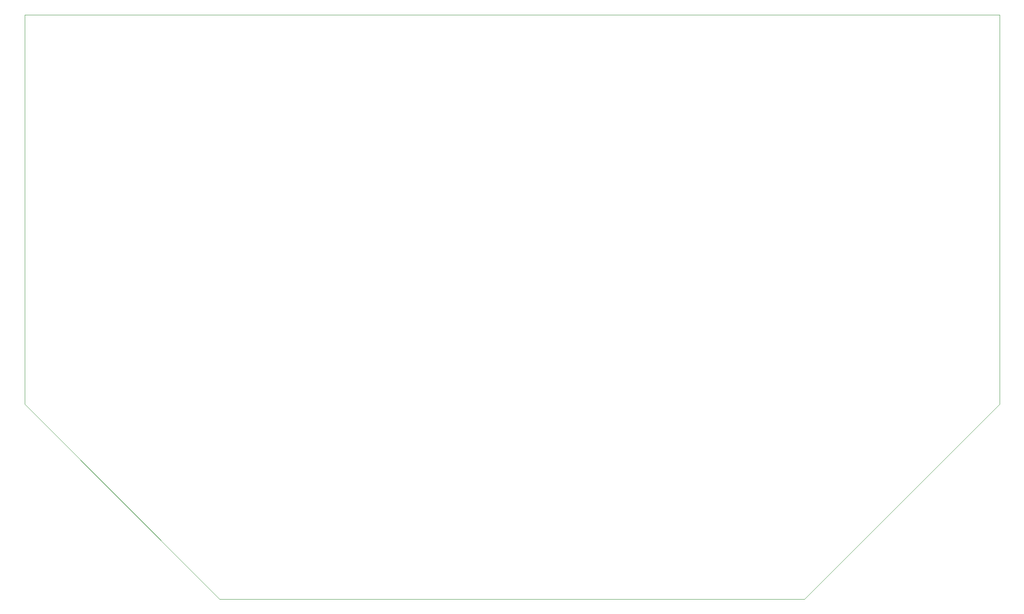
<source format=gbr>
%TF.GenerationSoftware,KiCad,Pcbnew,5.1.5+dfsg1-2build2*%
%TF.CreationDate,2022-02-08T11:10:46-06:00*%
%TF.ProjectId,gpsv1.3,67707376-312e-4332-9e6b-696361645f70,rev?*%
%TF.SameCoordinates,Original*%
%TF.FileFunction,Profile,NP*%
%FSLAX46Y46*%
G04 Gerber Fmt 4.6, Leading zero omitted, Abs format (unit mm)*
G04 Created by KiCad (PCBNEW 5.1.5+dfsg1-2build2) date 2022-02-08 11:10:46*
%MOMM*%
%LPD*%
G04 APERTURE LIST*
%TA.AperFunction,Profile*%
%ADD10C,0.100000*%
%TD*%
G04 APERTURE END LIST*
D10*
X45000000Y-40000000D02*
X45000000Y-120000000D01*
X245000000Y-40000000D02*
X45000000Y-40000000D01*
X245000000Y-120000000D02*
X245000000Y-40000000D01*
X85000000Y-160000000D02*
X45000000Y-120000000D01*
X205000000Y-160000000D02*
X245000000Y-120000000D01*
X85000000Y-160000000D02*
X205000000Y-160000000D01*
M02*

</source>
